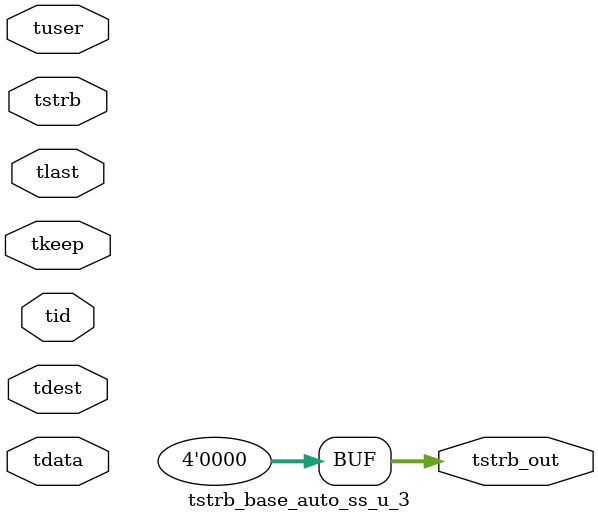
<source format=v>


`timescale 1ps/1ps

module tstrb_base_auto_ss_u_3 #
(
parameter C_S_AXIS_TDATA_WIDTH = 32,
parameter C_S_AXIS_TUSER_WIDTH = 0,
parameter C_S_AXIS_TID_WIDTH   = 0,
parameter C_S_AXIS_TDEST_WIDTH = 0,
parameter C_M_AXIS_TDATA_WIDTH = 32
)
(
input  [(C_S_AXIS_TDATA_WIDTH == 0 ? 1 : C_S_AXIS_TDATA_WIDTH)-1:0     ] tdata,
input  [(C_S_AXIS_TUSER_WIDTH == 0 ? 1 : C_S_AXIS_TUSER_WIDTH)-1:0     ] tuser,
input  [(C_S_AXIS_TID_WIDTH   == 0 ? 1 : C_S_AXIS_TID_WIDTH)-1:0       ] tid,
input  [(C_S_AXIS_TDEST_WIDTH == 0 ? 1 : C_S_AXIS_TDEST_WIDTH)-1:0     ] tdest,
input  [(C_S_AXIS_TDATA_WIDTH/8)-1:0 ] tkeep,
input  [(C_S_AXIS_TDATA_WIDTH/8)-1:0 ] tstrb,
input                                                                    tlast,
output [(C_M_AXIS_TDATA_WIDTH/8)-1:0 ] tstrb_out
);

assign tstrb_out = {1'b0};

endmodule


</source>
